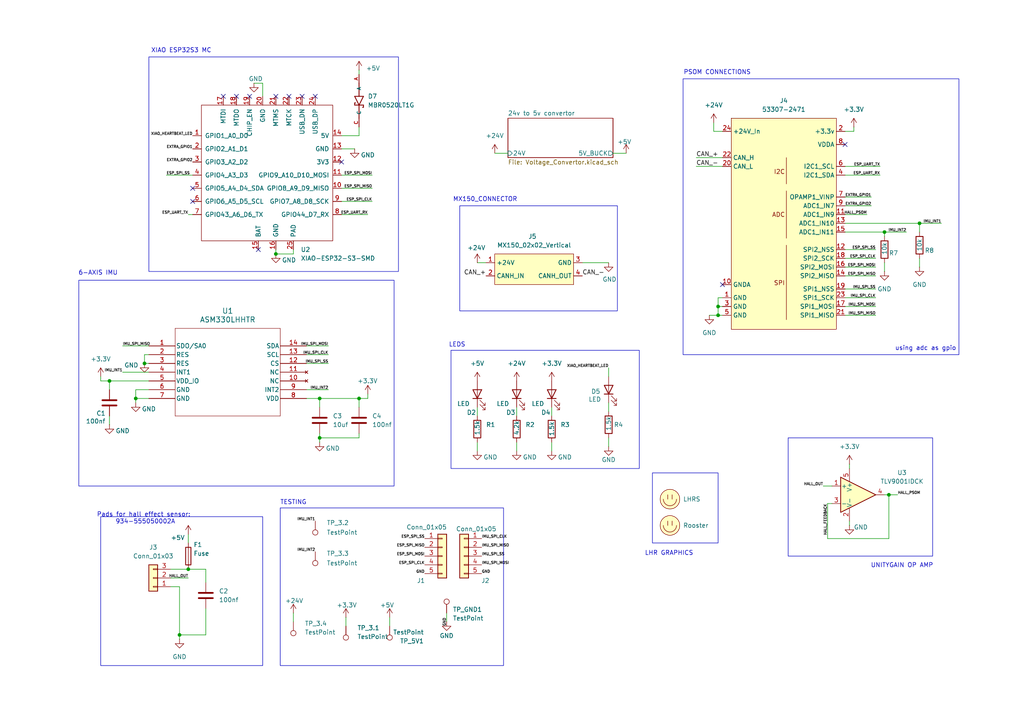
<source format=kicad_sch>
(kicad_sch (version 20250114) (generator "eeschema") (generator_version "9.0")
  (paper "A4")
  (title_block (title "Wheels Sensor Board") (date "2025-10-10"))
  (lib_symbols
    (symbol "AIMU-SM330LHHTR:ASM330LHHTR" (pin_names (offset 0.254))
      (property "Reference" "U" (at 22.86 10.16 0))
      (property "Value" "ASM330LHHTR" (at 22.86 7.62 0))
      (symbol "ASM330LHHTR_0_1"
        (polyline (pts (xy 7.62 5.08) (xy 7.62 -20.32)) (stroke (width 0.127)))
        (polyline (pts (xy 7.62 -20.32) (xy 38.1 -20.32)) (stroke (width 0.127)))
        (polyline (pts (xy 38.1 5.08) (xy 7.62 5.08)) (stroke (width 0.127)))
        (polyline (pts (xy 38.1 -20.32) (xy 38.1 5.08)) (stroke (width 0.127)))
        (pin bidirectional line (at 0 0 0) (length 7.62) (name "SDO/SA0") (number "1"))
        (pin unspecified line (at 0 -2.54 0) (length 7.62) (name "RES") (number "2"))
        (pin unspecified line (at 0 -5.08 0) (length 7.62) (name "RES") (number "3"))
        (pin input line (at 0 -7.62 0) (length 7.62) (name "INT1") (number "4"))
        (pin power_in line (at 0 -10.16 0) (length 7.62) (name "VDD_IO") (number "5"))
        (pin power_out line (at 0 -12.7 0) (length 7.62) (name "GND") (number "6"))
        (pin power_out line (at 0 -15.24 0) (length 7.62) (name "GND") (number "7"))
        (pin input line (at 45.72 0 180) (length 7.62) (name "SDA") (number "14"))
        (pin bidirectional line (at 45.72 -2.54 180) (length 7.62) (name "SCL") (number "13"))
        (pin input line (at 45.72 -5.08 180) (length 7.62) (name "CS") (number "12"))
        (pin no_connect line (at 45.72 -7.62 180) (length 7.62) (name "NC") (number "11"))
        (pin no_connect line (at 45.72 -10.16 180) (length 7.62) (name "NC") (number "10"))
        (pin input line (at 45.72 -12.7 180) (length 7.62) (name "INT2") (number "9"))
        (pin power_in line (at 45.72 -15.24 180) (length 7.62) (name "VDD") (number "8"))
      )
    )
    (symbol "Amplifier_Operational:TLV9001IDCK" (pin_names (offset 0.127))
      (property "Reference" "U" (at 7.62 2.54 0))
      (property "Value" "TLV9001IDCK" (at 11.43 -2.54 0))
      (symbol "TLV9001IDCK_0_1"
        (polyline (pts (xy -2.54 5.08) (xy -2.54 -5.08) (xy 7.62 0) (xy -2.54 5.08)) (stroke (width 0.254)) (fill (type background)))
      )
      (symbol "TLV9001IDCK_1_1"
        (pin input line (at -5.08 2.54 0) (length 2.54) (name "+") (number "1"))
        (pin input line (at -5.08 -2.54 0) (length 2.54) (name "-") (number "3"))
        (pin power_in line (at 0 7.62 270) (length 3.81) (name "V+") (number "5"))
        (pin power_in line (at 0 -7.62 90) (length 3.81) (name "V-") (number "2"))
        (pin output line (at 10.16 0 180) (length 2.54) (name "~") (number "4"))
      )
    )
    (symbol "Connector:TestPoint" (pin_numbers (hide yes)) (pin_names (offset 0.762) (hide yes))
      (property "Reference" "TP" (at 0 6.858 0))
      (property "Value" "TestPoint" (at 0 5.08 0))
      (symbol "TestPoint_0_1"
        (circle (center 0 3.302) (radius 0.762))
      )
      (symbol "TestPoint_1_1"
        (pin passive line (at 0 0 90) (length 2.54) (name "1") (number "1"))
      )
    )
    (symbol "Connector_Generic:Conn_01x03" (pin_names (offset 1.016) (hide yes))
      (property "Reference" "J" (at 0 5.08 0))
      (property "Value" "Conn_01x03" (at 0 -5.08 0))
      (symbol "Conn_01x03_1_1"
        (rectangle (start -1.27 3.81) (end 1.27 -3.81) (stroke (width 0.254)) (fill (type background)))
        (rectangle (start -1.27 2.667) (end 0 2.413) (stroke (width 0.1524)))
        (rectangle (start -1.27 0.127) (end 0 -0.127) (stroke (width 0.1524)))
        (rectangle (start -1.27 -2.413) (end 0 -2.667) (stroke (width 0.1524)))
        (pin passive line (at -5.08 2.54 0) (length 3.81) (name "Pin_1") (number "1"))
        (pin passive line (at -5.08 0 0) (length 3.81) (name "Pin_2") (number "2"))
        (pin passive line (at -5.08 -2.54 0) (length 3.81) (name "Pin_3") (number "3"))
      )
    )
    (symbol "Connector_Generic:Conn_01x05" (pin_names (offset 1.016) (hide yes))
      (property "Reference" "J" (at 0 7.62 0))
      (property "Value" "Conn_01x05" (at 0 -7.62 0))
      (symbol "Conn_01x05_1_1"
        (rectangle (start -1.27 6.35) (end 1.27 -6.35) (stroke (width 0.254)) (fill (type background)))
        (rectangle (start -1.27 5.207) (end 0 4.953) (stroke (width 0.1524)))
        (rectangle (start -1.27 2.667) (end 0 2.413) (stroke (width 0.1524)))
        (rectangle (start -1.27 0.127) (end 0 -0.127) (stroke (width 0.1524)))
        (rectangle (start -1.27 -2.413) (end 0 -2.667) (stroke (width 0.1524)))
        (rectangle (start -1.27 -4.953) (end 0 -5.207) (stroke (width 0.1524)))
        (pin passive line (at -5.08 5.08 0) (length 3.81) (name "Pin_1") (number "1"))
        (pin passive line (at -5.08 2.54 0) (length 3.81) (name "Pin_2") (number "2"))
        (pin passive line (at -5.08 0 0) (length 3.81) (name "Pin_3") (number "3"))
        (pin passive line (at -5.08 -2.54 0) (length 3.81) (name "Pin_4") (number "4"))
        (pin passive line (at -5.08 -5.08 0) (length 3.81) (name "Pin_5") (number "5"))
      )
    )
    (symbol "Device:C" (pin_numbers (hide yes)) (pin_names (offset 0.254))
      (property "Reference" "C" (at 0.635 2.54 0))
      (property "Value" "C" (at 0.635 -2.54 0))
      (symbol "C_0_1"
        (polyline (pts (xy -2.032 0.762) (xy 2.032 0.762)) (stroke (width 0.508)))
        (polyline (pts (xy -2.032 -0.762) (xy 2.032 -0.762)) (stroke (width 0.508)))
      )
      (symbol "C_1_1"
        (pin passive line (at 0 3.81 270) (length 2.794) (name "~") (number "1"))
        (pin passive line (at 0 -3.81 90) (length 2.794) (name "~") (number "2"))
      )
    )
    (symbol "Device:Fuse" (pin_numbers (hide yes)) (pin_names (offset 0))
      (property "Reference" "F" (at 2.032 0 90))
      (property "Value" "Fuse" (at -1.905 0 90))
      (symbol "Fuse_0_1"
        (rectangle (start -0.762 -2.54) (end 0.762 2.54) (stroke (width 0.254)))
        (polyline (pts (xy 0 2.54) (xy 0 -2.54)))
      )
      (symbol "Fuse_1_1"
        (pin passive line (at 0 3.81 270) (length 1.27) (name "~") (number "1"))
        (pin passive line (at 0 -3.81 90) (length 1.27) (name "~") (number "2"))
      )
    )
    (symbol "Device:LED" (pin_numbers (hide yes)) (pin_names (offset 1.016) (hide yes))
      (property "Reference" "D" (at 0 2.54 0))
      (property "Value" "LED" (at 0 -2.54 0))
      (symbol "LED_0_1"
        (polyline (pts (xy -3.048 -0.762) (xy -4.572 -2.286) (xy -3.81 -2.286) (xy -4.572 -2.286) (xy -4.572 -1.524)))
        (polyline (pts (xy -1.778 -0.762) (xy -3.302 -2.286) (xy -2.54 -2.286) (xy -3.302 -2.286) (xy -3.302 -1.524)))
        (polyline (pts (xy -1.27 0) (xy 1.27 0)))
        (polyline (pts (xy -1.27 -1.27) (xy -1.27 1.27)) (stroke (width 0.254)))
        (polyline (pts (xy 1.27 -1.27) (xy 1.27 1.27) (xy -1.27 0) (xy 1.27 -1.27)) (stroke (width 0.254)))
      )
      (symbol "LED_1_1"
        (pin passive line (at -3.81 0 0) (length 2.54) (name "K") (number "1"))
        (pin passive line (at 3.81 0 180) (length 2.54) (name "A") (number "2"))
      )
    )
    (symbol "Device:R" (pin_numbers (hide yes)) (pin_names (offset 0))
      (property "Reference" "R" (at 2.032 0 90))
      (property "Value" "R" (at 0 0 90))
      (symbol "R_0_1"
        (rectangle (start -1.016 -2.54) (end 1.016 2.54) (stroke (width 0.254)))
      )
      (symbol "R_1_1"
        (pin passive line (at 0 3.81 270) (length 1.27) (name "~") (number "1"))
        (pin passive line (at 0 -3.81 90) (length 1.27) (name "~") (number "2"))
      )
    )
    (symbol "MBR0520LT1G (diode):MBR0520LT1G" (pin_names (offset 1.016))
      (property "Reference" "D" (at -3.5571 1.9056 0))
      (property "Value" "MBR0520LT1G" (at -3.5607 -3.4335 0))
      (symbol "MBR0520LT1G_0_0"
        (polyline (pts (xy -5.08 0) (xy -1.27 0)) (stroke (width 0.254)))
        (polyline (pts (xy -1.27 1.27) (xy -1.27 -1.27)) (stroke (width 0.254)))
        (polyline (pts (xy -1.27 -1.27) (xy 1.27 0)) (stroke (width 0.254)))
        (polyline (pts (xy 0.635 -1.016) (xy 0.635 -1.27)) (stroke (width 0.254)))
        (polyline (pts (xy 1.27 1.27) (xy 1.27 -1.27)) (stroke (width 0.254)))
        (polyline (pts (xy 1.27 0) (xy -1.27 1.27)) (stroke (width 0.254)))
        (polyline (pts (xy 1.27 0) (xy 5.08 0)) (stroke (width 0.254)))
        (polyline (pts (xy 1.27 -1.27) (xy 0.635 -1.27)) (stroke (width 0.254)))
        (polyline (pts (xy 1.905 1.27) (xy 1.27 1.27)) (stroke (width 0.254)))
        (polyline (pts (xy 1.905 1.27) (xy 1.905 1.016)) (stroke (width 0.254)))
        (pin passive line (at -7.62 0 0) (length 2.54) (name "A") (number "A"))
        (pin passive line (at 7.62 0 180) (length 2.54) (name "C") (number "C"))
      )
    )
    (symbol "PeripheralSOMConnector_1"
      (property "Reference" "J" (at -14.732 -2.794 0))
      (property "Value" "53307-2471" (at 8.89 -2.794 0))
      (symbol "PeripheralSOMConnector_1_0_1"
        (polyline (pts (xy 0.762 -22.86) (xy 0.762 -15.24)))
        (polyline (pts (xy 0.762 -24.892) (xy 0.762 -38.608)))
        (polyline (pts (xy 0.762 -40.64) (xy 0.762 -62.23)))
      )
      (symbol "PeripheralSOMConnector_1_1_1"
        (rectangle (start -15.24 -3.81) (end 15.24 -65.024) (fill (type background)))
        (text "ADC" (at -1.524 -31.75 0) (effects (font (size 1.27 1.27))))
        (text "I2C" (at -1.27 -19.304 0) (effects (font (size 1.27 1.27))))
        (text "SPI" (at -1.27 -51.562 0) (effects (font (size 1.27 1.27))))
        (pin power_in line (at -17.78 -7.62 0) (length 2.54) (name "+24V_In") (number "24"))
        (pin bidirectional line (at -17.78 -15.24 0) (length 2.54) (name "CAN_H") (number "22"))
        (pin bidirectional line (at -17.78 -17.78 0) (length 2.54) (name "CAN_L") (number "20"))
        (pin no_connect line (at -17.78 -40.64 0) (length 2.54) (hide yes) (name "MNT") (number "25"))
        (pin no_connect line (at -17.78 -43.18 0) (length 2.54) (hide yes) (name "MNT") (number "26"))
        (pin no_connect line (at -17.78 -45.72 0) (length 2.54) (hide yes) (name "MNT") (number "27"))
        (pin no_connect line (at -17.78 -48.26 0) (length 2.54) (hide yes) (name "MNT") (number "28"))
        (pin power_out line (at -17.78 -52.07 0) (length 2.54) (name "GNDA") (number "10"))
        (pin power_in line (at -17.78 -55.88 0) (length 2.54) (name "GND") (number "1"))
        (pin power_in line (at -17.78 -58.42 0) (length 2.54) (name "GND") (number "3"))
        (pin power_in line (at -17.78 -60.96 0) (length 2.54) (name "GND") (number "5"))
        (pin power_out line (at 17.78 -7.62 180) (length 2.54) (name "+3.3v") (number "2"))
        (pin power_out line (at 17.78 -11.43 180) (length 2.54) (name "VDDA") (number "8"))
        (pin output line (at 17.78 -17.78 180) (length 2.54) (name "I2C1_SCL") (number "6"))
        (pin bidirectional line (at 17.78 -20.32 180) (length 2.54) (name "I2C1_SDA") (number "4"))
        (pin input line (at 17.78 -26.67 180) (length 2.54) (name "OPAMP1_VINP") (number "7"))
        (pin input line (at 17.78 -29.21 180) (length 2.54) (name "ADC1_IN7") (number "9"))
        (pin input line (at 17.78 -31.75 180) (length 2.54) (name "ADC1_IN9") (number "11"))
        (pin input line (at 17.78 -34.29 180) (length 2.54) (name "ADC1_IN10") (number "13"))
        (pin input line (at 17.78 -36.83 180) (length 2.54) (name "ADC1_IN11") (number "15"))
        (pin output line (at 17.78 -41.91 180) (length 2.54) (name "SPI2_NSS") (number "12"))
        (pin output line (at 17.78 -44.45 180) (length 2.54) (name "SPI2_SCK") (number "18"))
        (pin output line (at 17.78 -46.99 180) (length 2.54) (name "SPI2_MOSI") (number "16"))
        (pin input line (at 17.78 -49.53 180) (length 2.54) (name "SPI2_MISO") (number "14"))
        (pin output line (at 17.78 -53.34 180) (length 2.54) (name "SPI1_NSS") (number "19"))
        (pin output line (at 17.78 -55.88 180) (length 2.54) (name "SPI1_SCK") (number "23"))
        (pin output line (at 17.78 -58.42 180) (length 2.54) (name "SPI1_MOSI") (number "17"))
        (pin input line (at 17.78 -60.96 180) (length 2.54) (name "SPI1_MISO") (number "21"))
      )
    )
    (symbol "power:+24V" (power) (pin_numbers (hide yes)) (pin_names (offset 0) (hide yes))
      (property "Value" "+24V" (at 0 3.556 0))
      (symbol "+24V_0_1"
        (polyline (pts (xy -0.762 1.27) (xy 0 2.54)))
        (polyline (pts (xy 0 2.54) (xy 0.762 1.27)))
        (polyline (pts (xy 0 0) (xy 0 2.54)))
      )
      (symbol "+24V_1_1"
        (pin power_in line (at 0 0 90) (length 0) (name "~") (number "1"))
      )
    )
    (symbol "power:+3.3V" (power) (pin_numbers (hide yes)) (pin_names (offset 0) (hide yes))
      (property "Value" "+3.3V" (at 0 3.556 0))
      (symbol "+3.3V_0_1"
        (polyline (pts (xy -0.762 1.27) (xy 0 2.54)))
        (polyline (pts (xy 0 2.54) (xy 0.762 1.27)))
        (polyline (pts (xy 0 0) (xy 0 2.54)))
      )
      (symbol "+3.3V_1_1"
        (pin power_in line (at 0 0 90) (length 0) (name "~") (number "1"))
      )
    )
    (symbol "power:+5V" (power) (pin_numbers (hide yes)) (pin_names (offset 0) (hide yes))
      (property "Value" "+5V" (at 0 3.556 0))
      (symbol "+5V_0_1"
        (polyline (pts (xy -0.762 1.27) (xy 0 2.54)))
        (polyline (pts (xy 0 2.54) (xy 0.762 1.27)))
        (polyline (pts (xy 0 0) (xy 0 2.54)))
      )
      (symbol "+5V_1_1"
        (pin power_in line (at 0 0 90) (length 0) (name "~") (number "1"))
      )
    )
    (symbol "power:GND" (power) (pin_numbers (hide yes)) (pin_names (offset 0) (hide yes))
      (property "Value" "GND" (at 0 -3.81 0))
      (symbol "GND_0_1"
        (polyline (pts (xy 0 0) (xy 0 -1.27) (xy 1.27 -1.27) (xy 0 -2.54) (xy -1.27 -1.27) (xy 0 -1.27)))
      )
      (symbol "GND_1_1"
        (pin power_in line (at 0 0 270) (length 0) (name "~") (number "1"))
      )
    )
    (symbol "utsvt_connectors:MX150_02x02_Vertical"
      (property "Reference" "J" (at 0 0 0))
      (property "Value" "MX150_02x02_Vertical" (at 0 -1.778 0))
      (symbol "MX150_02x02_Vertical_1_1"
        (rectangle (start -11.43 -3.81) (end 11.43 -12.7) (fill (type color) (color 255 255 194 1)))
        (pin power_in line (at -13.97 -6.35 0) (length 2.54) (name "+24V") (number "1"))
        (pin bidirectional line (at -13.97 -10.16 0) (length 2.54) (name "CANH_IN") (number "2"))
        (pin power_in line (at 13.97 -6.35 180) (length 2.54) (name "GND") (number "3"))
        (pin bidirectional line (at 13.97 -10.16 180) (length 2.54) (name "CANH_OUT") (number "4"))
      )
    )
    (symbol "utsvt_misc:Logo_Placeholder" (pin_names (offset 1.016))
      (property "Value" "Dr. Hallock" (at 3.556 0 0))
      (symbol "Logo_Placeholder_0_1"
        (polyline (pts (xy -0.635 1.27) (xy -0.635 0)))
        (arc (start 1.905 0) (mid 0 -1.8967) (end -1.905 0))
        (circle (center 0 0) (radius 2.8448) (fill (type background)))
        (polyline (pts (xy 0.635 1.27) (xy 0.635 0)))
      )
    )
    (symbol "xiao-esp32s3-smd:XIAO-ESP32-S3-SMD" (pin_names (offset 1.016))
      (property "Reference" "U" (at -18.542 23.114 0))
      (property "Value" "XIAO-ESP32-S3-SMD" (at -8.382 21.336 0))
      (symbol "XIAO-ESP32-S3-SMD_0_1"
        (rectangle (start 19.05 -19.05) (end -19.05 20.32))
      )
      (symbol "XIAO-ESP32-S3-SMD_1_1"
        (pin passive line (at -21.59 11.43 0) (length 2.54) (name "GPIO1_A0_D0") (number "1"))
        (pin passive line (at -21.59 7.62 0) (length 2.54) (name "GPIO2_A1_D1") (number "2"))
        (pin passive line (at -21.59 3.81 0) (length 2.54) (name "GPIO3_A2_D2") (number "3"))
        (pin passive line (at -21.59 0 0) (length 2.54) (name "GPIO4_A3_D3") (number "4"))
        (pin passive line (at -21.59 -3.81 0) (length 2.54) (name "GPIO5_A4_D4_SDA") (number "5"))
        (pin passive line (at -21.59 -7.62 0) (length 2.54) (name "GPIO6_A5_D5_SCL") (number "6"))
        (pin passive line (at -21.59 -11.43 0) (length 2.54) (name "GPIO43_A6_D6_TX") (number "7"))
        (pin passive line (at -12.7 22.86 270) (length 2.54) (name "MTDI") (number "17"))
        (pin passive line (at -8.89 22.86 270) (length 2.54) (name "MTDO") (number "18"))
        (pin passive line (at -5.08 22.86 270) (length 2.54) (name "CHIP_EN") (number "19"))
        (pin passive line (at -2.54 -21.59 90) (length 2.54) (name "BAT") (number "15"))
        (pin passive line (at -1.27 22.86 270) (length 2.54) (name "GND") (number "20"))
        (pin passive line (at 2.54 22.86 270) (length 2.54) (name "MTMS") (number "21"))
        (pin passive line (at 2.54 -21.59 90) (length 2.54) (name "GND") (number "16"))
        (pin passive line (at 6.35 22.86 270) (length 2.54) (name "MTCK") (number "22"))
        (pin passive line (at 7.62 -21.59 90) (length 2.54) (name "PAD") (number "25"))
        (pin passive line (at 10.16 22.86 270) (length 2.54) (name "USB_DN") (number "23"))
        (pin passive line (at 13.97 22.86 270) (length 2.54) (name "USB_DP") (number "24"))
        (pin passive line (at 21.59 11.43 180) (length 2.54) (name "5V") (number "14"))
        (pin passive line (at 21.59 7.62 180) (length 2.54) (name "GND") (number "13"))
        (pin passive line (at 21.59 3.81 180) (length 2.54) (name "3V3") (number "12"))
        (pin passive line (at 21.59 0 180) (length 2.54) (name "GPIO9_A10_D10_MOSI") (number "11"))
        (pin passive line (at 21.59 -3.81 180) (length 2.54) (name "GPIO8_A9_D9_MISO") (number "10"))
        (pin passive line (at 21.59 -7.62 180) (length 2.54) (name "GPIO7_A8_D8_SCK") (number "9"))
        (pin passive line (at 21.59 -11.43 180) (length 2.54) (name "GPIO44_D7_RX") (number "8"))
      )
    )
  )
  (rectangle (start 133.35 59.69) (end 179.07 90.17))
  (rectangle (start 130.81 101.6) (end 185.42 135.89))
  (rectangle (start 22.86 81.28) (end 114.3 140.97))
  (rectangle (start 81.28 147.32) (end 146.05 193.04))
  (rectangle (start 29.21 149.86) (end 76.2 193.04))
  (rectangle (start 189.23 137.16) (end 208.28 157.48))
  (rectangle (start 228.6 127) (end 270.51 161.29))
  (rectangle (start 198.12 22.86) (end 278.13 102.87))
  (rectangle (start 43.18 16.51) (end 115.57 78.74))
  (text "LEDS\n" (at 132.588 100.076 0) (effects (font (size 1.27 1.27))))
  (text "UNITYGAIN OP AMP\n" (at 261.62 164.084 0) (effects (font (size 1.27 1.27))))
  (text "MX150_CONNECTOR\n" (at 140.716 57.912 0) (effects (font (size 1.27 1.27))))
  (text "Pads for hall effect sensor: \n934-555050002A\n" (at 42.164 150.368 0) (effects (font (size 1.27 1.27))))
  (text "LHR GRAPHICS" (at 194.056 160.528 0) (effects (font (size 1.27 1.27))))
  (text "XIAO ESP32S3 MC" (at 52.578 14.732 0) (effects (font (size 1.27 1.27))))
  (text "PSOM CONNECTIONS" (at 208.026 21.082 0) (effects (font (size 1.27 1.27))))
  (text "6-AXIS IMU" (at 28.448 79.248 0) (effects (font (size 1.27 1.27))))
  (text "TESTING" (at 85.09 145.796 0) (effects (font (size 1.27 1.27))))
  (text "using adc as gpio" (at 268.478 101.092 0) (effects (font (size 1.27 1.27))))
  (junction (at 256.54 67.31))
  (junction (at 92.71 127))
  (junction (at 257.81 143.51))
  (junction (at 208.28 91.44))
  (junction (at 266.7 64.77))
  (junction (at 208.28 88.9))
  (junction (at 39.37 115.57))
  (junction (at 54.61 165.1))
  (junction (at 104.14 115.57))
  (junction (at 92.71 115.57))
  (junction (at 80.01 73.66))
  (junction (at 31.75 110.49))
  (junction (at 41.91 105.41))
  (junction (at 52.07 184.15))
  (no_connect (at 99.06 46.99))
  (no_connect (at 209.55 82.55))
  (no_connect (at 87.63 27.94))
  (no_connect (at 83.82 27.94))
  (no_connect (at 91.44 27.94))
  (no_connect (at 55.88 54.61))
  (no_connect (at 55.88 58.42))
  (no_connect (at 64.77 27.94))
  (no_connect (at 68.58 27.94))
  (no_connect (at 80.01 27.94))
  (no_connect (at 74.93 72.39))
  (no_connect (at 245.11 41.91))
  (no_connect (at 72.39 27.94))
  (wire (pts (xy 245.11 38.1) (xy 247.65 38.1)))
  (wire (pts (xy 256.54 67.31) (xy 256.54 68.58)))
  (wire (pts (xy 80.01 72.39) (xy 80.01 73.66)))
  (wire (pts (xy 92.71 115.57) (xy 104.14 115.57)))
  (wire (pts (xy 35.56 107.95) (xy 43.18 107.95)))
  (wire (pts (xy 31.75 110.49) (xy 29.21 110.49)))
  (wire (pts (xy 52.07 170.18) (xy 52.07 184.15)))
  (wire (pts (xy 207.01 38.1) (xy 209.55 38.1)))
  (wire (pts (xy 43.18 113.03) (xy 39.37 113.03)))
  (wire (pts (xy 245.11 91.44) (xy 254 91.44)))
  (wire (pts (xy 104.14 127) (xy 92.71 127)))
  (wire (pts (xy 31.75 110.49) (xy 31.75 113.03)))
  (wire (pts (xy 240.03 156.21) (xy 257.81 156.21)))
  (wire (pts (xy 88.9 100.33) (xy 95.25 100.33)))
  (wire (pts (xy 138.43 128.27) (xy 138.43 130.81)))
  (wire (pts (xy 52.07 184.15) (xy 52.07 185.42)))
  (wire (pts (xy 246.38 151.13) (xy 246.38 152.4)))
  (wire (pts (xy 208.28 88.9) (xy 208.28 91.44)))
  (wire (pts (xy 240.03 146.05) (xy 240.03 156.21)))
  (wire (pts (xy 54.61 157.48) (xy 54.61 154.94)))
  (wire (pts (xy 201.93 48.26) (xy 209.55 48.26)))
  (wire (pts (xy 54.61 165.1) (xy 59.69 165.1)))
  (wire (pts (xy 138.43 76.2) (xy 140.97 76.2)))
  (wire (pts (xy 245.11 88.9) (xy 254 88.9)))
  (wire (pts (xy 160.02 118.11) (xy 160.02 120.65)))
  (wire (pts (xy 99.06 62.23) (xy 106.68 62.23)))
  (wire (pts (xy 29.21 110.49) (xy 29.21 109.22)))
  (wire (pts (xy 207.01 35.56) (xy 207.01 38.1)))
  (wire (pts (xy 106.68 115.57) (xy 106.68 114.3)))
  (wire (pts (xy 208.28 91.44) (xy 209.55 91.44)))
  (wire (pts (xy 176.53 106.68) (xy 176.53 109.22)))
  (wire (pts (xy 31.75 120.65) (xy 31.75 123.19)))
  (wire (pts (xy 88.9 102.87) (xy 95.25 102.87)))
  (wire (pts (xy 208.28 88.9) (xy 209.55 88.9)))
  (wire (pts (xy 49.53 165.1) (xy 54.61 165.1)))
  (wire (pts (xy 88.9 115.57) (xy 92.71 115.57)))
  (wire (pts (xy 245.11 48.26) (xy 255.27 48.26)))
  (wire (pts (xy 48.26 50.8) (xy 55.88 50.8)))
  (wire (pts (xy 129.54 177.8) (xy 129.54 180.34)))
  (wire (pts (xy 246.38 134.62) (xy 246.38 135.89)))
  (wire (pts (xy 266.7 64.77) (xy 273.05 64.77)))
  (wire (pts (xy 113.03 181.61) (xy 113.03 179.07)))
  (wire (pts (xy 39.37 113.03) (xy 39.37 115.57)))
  (wire (pts (xy 176.53 127) (xy 176.53 129.54)))
  (wire (pts (xy 92.71 115.57) (xy 92.71 118.11)))
  (wire (pts (xy 245.11 74.93) (xy 254 74.93)))
  (wire (pts (xy 160.02 128.27) (xy 160.02 130.81)))
  (wire (pts (xy 149.86 128.27) (xy 149.86 130.81)))
  (wire (pts (xy 256.54 67.31) (xy 262.89 67.31)))
  (wire (pts (xy 85.09 180.34) (xy 85.09 177.8)))
  (wire (pts (xy 241.3 146.05) (xy 240.03 146.05)))
  (wire (pts (xy 59.69 165.1) (xy 59.69 168.91)))
  (wire (pts (xy 49.53 170.18) (xy 52.07 170.18)))
  (wire (pts (xy 59.69 184.15) (xy 52.07 184.15)))
  (wire (pts (xy 49.53 167.64) (xy 54.61 167.64)))
  (wire (pts (xy 245.11 50.8) (xy 255.27 50.8)))
  (wire (pts (xy 149.86 118.11) (xy 149.86 120.65)))
  (wire (pts (xy 266.7 74.93) (xy 266.7 77.47)))
  (wire (pts (xy 99.06 50.8) (xy 107.95 50.8)))
  (wire (pts (xy 100.33 181.61) (xy 100.33 179.07)))
  (wire (pts (xy 208.28 86.36) (xy 208.28 88.9)))
  (wire (pts (xy 257.81 143.51) (xy 256.54 143.51)))
  (wire (pts (xy 256.54 76.2) (xy 256.54 78.74)))
  (wire (pts (xy 99.06 39.37) (xy 104.14 39.37)))
  (wire (pts (xy 205.74 91.44) (xy 208.28 91.44)))
  (wire (pts (xy 92.71 127) (xy 92.71 128.27)))
  (wire (pts (xy 73.66 24.13) (xy 76.2 24.13)))
  (wire (pts (xy 92.71 125.73) (xy 92.71 127)))
  (wire (pts (xy 104.14 20.32) (xy 104.14 21.59)))
  (wire (pts (xy 85.09 72.39) (xy 85.09 73.66)))
  (wire (pts (xy 168.91 76.2) (xy 176.53 76.2)))
  (wire (pts (xy 257.81 156.21) (xy 257.81 143.51)))
  (wire (pts (xy 104.14 125.73) (xy 104.14 127)))
  (wire (pts (xy 143.51 44.45) (xy 147.32 44.45)))
  (wire (pts (xy 54.61 62.23) (xy 55.88 62.23)))
  (wire (pts (xy 245.11 67.31) (xy 256.54 67.31)))
  (wire (pts (xy 247.65 38.1) (xy 247.65 36.83)))
  (wire (pts (xy 104.14 118.11) (xy 104.14 115.57)))
  (wire (pts (xy 41.91 105.41) (xy 43.18 105.41)))
  (wire (pts (xy 138.43 118.11) (xy 138.43 120.65)))
  (wire (pts (xy 104.14 115.57) (xy 106.68 115.57)))
  (wire (pts (xy 245.11 64.77) (xy 266.7 64.77)))
  (wire (pts (xy 43.18 110.49) (xy 31.75 110.49)))
  (wire (pts (xy 245.11 59.69) (xy 252.73 59.69)))
  (wire (pts (xy 35.56 100.33) (xy 43.18 100.33)))
  (wire (pts (xy 245.11 72.39) (xy 254 72.39)))
  (wire (pts (xy 88.9 113.03) (xy 95.25 113.03)))
  (wire (pts (xy 209.55 86.36) (xy 208.28 86.36)))
  (wire (pts (xy 39.37 115.57) (xy 39.37 116.84)))
  (wire (pts (xy 257.81 143.51) (xy 260.35 143.51)))
  (wire (pts (xy 41.91 102.87) (xy 41.91 105.41)))
  (wire (pts (xy 245.11 86.36) (xy 254 86.36)))
  (wire (pts (xy 176.53 116.84) (xy 176.53 119.38)))
  (wire (pts (xy 39.37 115.57) (xy 43.18 115.57)))
  (wire (pts (xy 76.2 24.13) (xy 76.2 27.94)))
  (wire (pts (xy 85.09 73.66) (xy 80.01 73.66)))
  (wire (pts (xy 99.06 54.61) (xy 107.95 54.61)))
  (wire (pts (xy 177.8 44.45) (xy 181.61 44.45)))
  (wire (pts (xy 245.11 77.47) (xy 254 77.47)))
  (wire (pts (xy 104.14 36.83) (xy 104.14 39.37)))
  (wire (pts (xy 43.18 102.87) (xy 41.91 102.87)))
  (wire (pts (xy 245.11 57.15) (xy 252.73 57.15)))
  (wire (pts (xy 59.69 176.53) (xy 59.69 184.15)))
  (wire (pts (xy 245.11 80.01) (xy 254 80.01)))
  (wire (pts (xy 99.06 43.18) (xy 102.87 43.18)))
  (wire (pts (xy 95.25 105.41) (xy 88.9 105.41)))
  (wire (pts (xy 245.11 62.23) (xy 251.46 62.23)))
  (wire (pts (xy 238.76 140.97) (xy 241.3 140.97)))
  (wire (pts (xy 245.11 83.82) (xy 254 83.82)))
  (wire (pts (xy 99.06 58.42) (xy 107.95 58.42)))
  (wire (pts (xy 201.93 45.72) (xy 209.55 45.72)))
  (wire (pts (xy 266.7 64.77) (xy 266.7 67.31)))
  (label "IMU_SPI_MOSI" (at 95.25 100.33 180) (effects (font (size 0.762 0.762))))
  (label "GND" (at 139.7 166.37 0) (effects (font (size 0.762 0.762))))
  (label "ESP_SPI_MOSI" (at 254 77.47 180) (effects (font (size 0.762 0.762))))
  (label "ESP_SPI_MOSI" (at 107.95 50.8 180) (effects (font (size 0.762 0.762))))
  (label "IMU_SPI_MOSI" (at 254 88.9 180) (effects (font (size 0.762 0.762))))
  (label "IMU_SPI_MISO" (at 35.56 100.33 0) (effects (font (size 0.762 0.762))))
  (label "GND" (at 123.19 166.37 180) (effects (font (size 0.762 0.762))))
  (label "ESP_SPI_SS" (at 254 72.39 180) (effects (font (size 0.762 0.762))))
  (label "ESP_SPI_CLK" (at 123.19 163.83 180) (effects (font (size 0.762 0.762))))
  (label "ESP_SPI_SS" (at 123.19 156.21 180) (effects (font (size 0.762 0.762))))
  (label "IMU_SPI_CLK" (at 254 86.36 180) (effects (font (size 0.762 0.762))))
  (label "IMU_INT2" (at 91.44 160.02 180) (effects (font (size 0.762 0.762))))
  (label "HALL_OUT" (at 238.76 140.97 180) (effects (font (size 0.762 0.762))))
  (label "EXTRA_GPIO2" (at 55.88 46.99 180) (effects (font (size 0.762 0.762))))
  (label "ESP_SPI_MISO" (at 107.95 54.61 180) (effects (font (size 0.762 0.762))))
  (label "ESP_UART_TX" (at 255.27 48.26 180) (effects (font (size 0.762 0.762))))
  (label "IMU_SPI_CLK" (at 139.7 156.21 0) (effects (font (size 0.762 0.762))))
  (label "HALL_OUT" (at 54.61 167.64 180) (effects (font (size 0.762 0.762))))
  (label "ESP_UART_RX" (at 255.27 50.8 180) (effects (font (size 0.762 0.762))))
  (label "IMU_INT1" (at 35.56 107.95 180) (effects (font (size 0.762 0.762))))
  (label "ESP_SPI_MOSI" (at 123.19 161.29 180) (effects (font (size 0.762 0.762))))
  (label "ESP_UART_TX" (at 54.61 62.23 180) (effects (font (size 0.762 0.762))))
  (label "ESP_SPI_MISO" (at 123.19 158.75 180) (effects (font (size 0.762 0.762))))
  (label "IMU_INT2" (at 262.89 67.31 180) (effects (font (size 0.762 0.762))))
  (label "HALL_FEEDBACK" (at 240.03 146.05 270) (effects (font (size 0.762 0.762))))
  (label "GND" (at 129.54 179.07 270) (effects (font (size 0.762 0.762))))
  (label "CAN_-" (at 168.91 80.01 0))
  (label "IMU_SPI_MOSI" (at 139.7 163.83 0) (effects (font (size 0.762 0.762))))
  (label "EXTRA_GPIO1" (at 55.88 43.18 180) (effects (font (size 0.762 0.762))))
  (label "ESP_SPI_SS" (at 48.26 50.8 0) (effects (font (size 0.762 0.762))))
  (label "IMU_SPI_CLK" (at 95.25 102.87 180) (effects (font (size 0.762 0.762))))
  (label "IMU_SPI_SS" (at 254 83.82 180) (effects (font (size 0.762 0.762))))
  (label "ESP_UART_RX" (at 106.68 62.23 180) (effects (font (size 0.762 0.762))))
  (label "EXTRA_GPIO2" (at 252.73 59.69 180) (effects (font (size 0.762 0.762))))
  (label "ESP_SPI_CLK" (at 107.95 58.42 180) (effects (font (size 0.762 0.762))))
  (label "XIAO_HEARTBEAT_LED" (at 55.88 39.37 180) (effects (font (size 0.762 0.762))))
  (label "ESP_SPI_CLK" (at 254 74.93 180) (effects (font (size 0.762 0.762))))
  (label "ESP_SPI_MISO" (at 254 80.01 180) (effects (font (size 0.762 0.762))))
  (label "IMU_SPI_MISO" (at 139.7 158.75 0) (effects (font (size 0.762 0.762))))
  (label "IMU_INT1" (at 273.05 64.77 180) (effects (font (size 0.762 0.762))))
  (label "CAN_-" (at 201.93 48.26 0))
  (label "XIAO_HEARTBEAT_LED" (at 176.53 106.68 180) (effects (font (size 0.762 0.762))))
  (label "CAN_+" (at 201.93 45.72 0))
  (label "IMU_SPI_MISO" (at 254 91.44 180) (effects (font (size 0.762 0.762))))
  (label "CAN_+" (at 140.97 80.01 180))
  (label "IMU_INT1" (at 91.44 151.13 180) (effects (font (size 0.762 0.762))))
  (label "HALL_PSOM" (at 260.35 143.51 0) (effects (font (size 0.762 0.762))))
  (label "IMU_INT2" (at 95.25 113.03 180) (effects (font (size 0.762 0.762))))
  (label "EXTRA_GPIO1" (at 252.73 57.15 180) (effects (font (size 0.762 0.762))))
  (label "IMU_SPI_SS" (at 139.7 161.29 0) (effects (font (size 0.762 0.762))))
  (label "HALL_PSOM" (at 251.46 62.23 180) (effects (font (size 0.762 0.762))))
  (label "IMU_SPI_SS" (at 95.25 105.41 180) (effects (font (size 0.762 0.762))))
  (symbol (lib_id "Connector_Generic:Conn_01x03") (at 44.45 167.64 180) (unit 1)
    (property "Reference" "J3" (at 44.45 158.75 0))
    (property "Value" "Conn_01x03" (at 44.45 161.29 0))
    (property "Footprint" "Connector_PinHeader_2.54mm:PinHeader_1x03_P2.54mm_Vertical" (effects (hide yes)))
    (property "Description" "Generic connector, single row, 01x03, script generated (kicad-library-utils/schlib/autogen/connector/)" (effects (hide yes)))
  )
  (symbol (lib_id "power:GND") (at 52.07 185.42 0) (unit 1)
    (property "Reference" "#PWR06" (effects (hide yes)))
    (property "Value" "GND" (at 52.07 190.5 0))
    (property "Description" "Power symbol creates a global label with name \"GND\" , ground" (effects (hide yes)))
  )
  (symbol (lib_id "Device:C") (at 59.69 172.72 0) (unit 1)
    (property "Reference" "C2" (at 63.5 171.4499 0) (effects (justify left)))
    (property "Value" "100nf" (at 63.5 173.9899 0) (effects (justify left)))
    (property "Footprint" "Capacitor_SMD:C_0603_1608Metric_Pad1.08x0.95mm_HandSolder" (effects (hide yes)))
    (property "Description" "Unpolarized capacitor" (effects (hide yes)))
    (property "P/N" "MLASH168SB7104KTNA01" (effects (hide yes)))
  )
  (symbol (lib_id "power:GND") (at 176.53 129.54 0) (unit 1)
    (property "Reference" "#PWR025" (effects (hide yes)))
    (property "Value" "GND" (at 176.53 133.35 0))
    (property "Description" "Power symbol creates a global label with name \"GND\" , ground" (effects (hide yes)))
  )
  (symbol (lib_id "power:GND") (at 246.38 152.4 0) (unit 1)
    (property "Reference" "#PWR031" (effects (hide yes)))
    (property "Value" "GND" (at 249.682 152.908 0))
    (property "Description" "Power symbol creates a global label with name \"GND\" , ground" (effects (hide yes)))
  )
  (symbol (lib_id "Amplifier_Operational:TLV9001IDCK") (at 246.38 143.51 0) (unit 1)
    (property "Reference" "U3" (at 261.62 137.0898 0))
    (property "Value" "TLV9001IDCK" (at 261.62 139.6298 0))
    (property "Footprint" "Package_TO_SOT_SMD:SOT-353_SC-70-5" (effects (hide yes)))
    (property "Datasheet" "https://www.ti.com/lit/ds/symlink/tlv9001.pdf" (effects (hide yes)))
    (property "Description" "Low-power, Rail-to-Rail, 1MHz Operational Amplifier, SOT-353" (effects (hide yes)))
    (property "P/N" "TLV9001IDCKR" (effects (hide yes)))
  )
  (symbol (lib_id "power:+24V") (at 138.43 76.2 0) (unit 1)
    (property "Reference" "#PWR029" (effects (hide yes)))
    (property "Value" "+24V" (at 138.176 71.882 0))
    (property "Description" "Power symbol creates a global label with name \"+24V\"" (effects (hide yes)))
  )
  (symbol (lib_id "power:+24V") (at 207.01 35.56 0) (unit 1)
    (property "Reference" "#PWR028" (effects (hide yes)))
    (property "Value" "+24V" (at 207.01 30.48 0))
    (property "Description" "Power symbol creates a global label with name \"+24V\"" (effects (hide yes)))
  )
  (symbol (lib_id "power:GND") (at 80.01 73.66 0) (unit 1)
    (property "Reference" "#PWR08" (effects (hide yes)))
    (property "Value" "GND" (at 83.82 75.438 0))
    (property "Description" "Power symbol creates a global label with name \"GND\" , ground" (effects (hide yes)))
  )
  (symbol (lib_id "Device:C") (at 104.14 121.92 0) (unit 1)
    (property "Reference" "C4" (at 107.95 120.6499 0) (effects (justify left)))
    (property "Value" "100nf" (at 107.95 123.1899 0) (effects (justify left)))
    (property "Footprint" "Capacitor_SMD:C_0603_1608Metric_Pad1.08x0.95mm_HandSolder" (effects (hide yes)))
    (property "Description" "Unpolarized capacitor" (effects (hide yes)))
    (property "P/N" "MLASH168SB7104KTNA01" (effects (hide yes)))
  )
  (symbol (lib_id "Device:R") (at 160.02 124.46 0) (unit 1)
    (property "Reference" "R3" (at 162.56 123.1899 0) (effects (justify left)))
    (property "Value" "1.5k" (at 160.02 126.492 90) (effects (justify left)))
    (property "Footprint" "Resistor_SMD:R_0603_1608Metric_Pad0.98x0.95mm_HandSolder" (effects (hide yes)))
    (property "Description" "Resistor" (effects (hide yes)))
    (property "P/N" "CRCW06032K00FKEA" (effects (hide yes)))
  )
  (symbol (lib_id "xiao-esp32s3-smd:XIAO-ESP32-S3-SMD") (at 77.47 50.8 0) (unit 1)
    (property "Reference" "U2" (at 87.2333 72.39 0) (effects (justify left)))
    (property "Value" "XIAO-ESP32-S3-SMD" (at 87.2333 74.93 0) (effects (justify left)))
    (property "Footprint" "XIAO-ESP32S3:XIAO-ESP32S3-DIP" (effects (hide yes)))
    (property "Datasheet" "https://wiki.seeedstudio.com/xiao_esp32s3_getting_started/" (effects (hide yes)))
    (property "P/N" "113991114 " (effects (hide yes)))
  )
  (symbol (lib_id "power:+3.3V") (at 106.68 114.3 0) (unit 1)
    (property "Reference" "#PWR012" (effects (hide yes)))
    (property "Value" "+3.3V" (at 103.632 110.49 0) (effects (justify left)))
    (property "Description" "Power symbol creates a global label with name \"+3.3V\"" (effects (hide yes)))
  )
  (symbol (lib_id "power:GND") (at 129.54 180.34 0) (unit 1)
    (property "Reference" "#PWR022" (effects (hide yes)))
    (property "Value" "GND" (at 129.54 184.404 0))
    (property "Description" "Power symbol creates a global label with name \"GND\" , ground" (effects (hide yes)))
  )
  (symbol (lib_id "power:GND") (at 138.43 130.81 0) (unit 1)
    (property "Reference" "#PWR016" (effects (hide yes)))
    (property "Value" "GND" (at 142.24 132.588 0))
    (property "Description" "Power symbol creates a global label with name \"GND\" , ground" (effects (hide yes)))
  )
  (symbol (lib_id "Device:LED") (at 149.86 114.3 90) (unit 1)
    (property "Reference" "D3" (at 146.812 119.634 90) (effects (justify right)))
    (property "Value" "LED" (at 144.018 117.094 90) (effects (justify right)))
    (property "Footprint" "LED_SMD:LED_0603_1608Metric_Pad1.05x0.95mm_HandSolder" (effects (hide yes)))
    (property "Description" "Light emitting diode" (effects (hide yes)))
    (property "Sim.Pins" "1=K 2=A" (effects (hide yes)))
    (property "P/N" "LTST-C193TBKT-5A" (effects (hide yes)))
  )
  (symbol (lib_id "Connector:TestPoint") (at 85.09 180.34 180) (unit 1)
    (property "Reference" "TP_3.4" (at 88.392 180.848 0) (effects (justify right)))
    (property "Value" "TestPoint" (at 88.392 183.388 0) (effects (justify right)))
    (property "Footprint" "TestPoint:TestPoint_Pad_1.0x1.0mm" (effects (hide yes)))
    (property "Description" "test point" (effects (hide yes)))
  )
  (symbol (lib_id "power:+3.3V") (at 85.09 177.8 0) (unit 1)
    (property "Reference" "#PWR010" (effects (hide yes)))
    (property "Value" "+24V" (at 85.344 174.244 0))
    (property "Description" "Power symbol creates a global label with name \"+3.3V\"" (effects (hide yes)))
  )
  (symbol (lib_id "MBR0520LT1G (diode):MBR0520LT1G") (at 104.14 29.21 270) (unit 1)
    (property "Reference" "D7" (at 106.68 27.9399 90) (effects (justify left)))
    (property "Value" "MBR0520LT1G" (at 106.68 30.4799 90) (effects (justify left)))
    (property "Footprint" "diode:SOD3716X135N" (effects (hide yes)))
    (property "MANUFACTURER" "ON Semiconductor" (effects (hide yes)))
    (property "P/N" "MBR0520LT1G " (effects (hide yes)))
  )
  (symbol (lib_id "power:+5V") (at 181.61 44.45 0) (unit 1)
    (property "Reference" "#PWR026" (effects (hide yes)))
    (property "Value" "+5V" (at 181.102 41.148 0))
    (property "Description" "Power symbol creates a global label with name \"+5V\"" (effects (hide yes)))
  )
  (symbol (lib_id "Device:LED") (at 176.53 113.03 90) (unit 1)
    (property "Reference" "D5" (at 171.45 113.538 90) (effects (justify right)))
    (property "Value" "LED" (at 170.688 115.824 90) (effects (justify right)))
    (property "Footprint" "LED_SMD:LED_0603_1608Metric_Pad1.05x0.95mm_HandSolder" (effects (hide yes)))
    (property "Description" "Light emitting diode" (effects (hide yes)))
    (property "Sim.Pins" "1=K 2=A" (effects (hide yes)))
    (property "P/N" "LTST-C193TBKT-5A" (effects (hide yes)))
  )
  (symbol (lib_id "power:GND") (at 39.37 116.84 0) (unit 1)
    (property "Reference" "#PWR03" (effects (hide yes)))
    (property "Value" "GND" (at 43.18 118.618 0))
    (property "Description" "Power symbol creates a global label with name \"GND\" , ground" (effects (hide yes)))
  )
  (symbol (lib_id "Device:LED") (at 160.02 114.3 90) (unit 1)
    (property "Reference" "D4" (at 156.972 119.634 90) (effects (justify right)))
    (property "Value" "LED" (at 154.178 117.094 90) (effects (justify right)))
    (property "Footprint" "LED_SMD:LED_0603_1608Metric_Pad1.05x0.95mm_HandSolder" (effects (hide yes)))
    (property "Description" "Light emitting diode" (effects (hide yes)))
    (property "Sim.Pins" "1=K 2=A" (effects (hide yes)))
    (property "P/N" "LTST-C193TBKT-5A" (effects (hide yes)))
  )
  (symbol (lib_id "power:GND") (at 31.75 123.19 0) (unit 1)
    (property "Reference" "#PWR02" (effects (hide yes)))
    (property "Value" "GND" (at 35.56 124.968 0))
    (property "Description" "Power symbol creates a global label with name \"GND\" , ground" (effects (hide yes)))
  )
  (symbol (lib_id "power:+5V") (at 138.43 110.49 0) (unit 1)
    (property "Reference" "#PWR015" (effects (hide yes)))
    (property "Value" "+5V" (at 138.43 105.41 0))
    (property "Description" "Power symbol creates a global label with name \"+5V\"" (effects (hide yes)))
  )
  (symbol (lib_id "power:GND") (at 73.66 24.13 0) (unit 1)
    (property "Reference" "#PWR05" (effects (hide yes)))
    (property "Value" "GND" (at 74.168 22.86 0))
    (property "Description" "Power symbol creates a global label with name \"GND\" , ground" (effects (hide yes)))
  )
  (symbol (lib_id "power:+5V") (at 104.14 20.32 0) (unit 1)
    (property "Reference" "#PWR018" (effects (hide yes)))
    (property "Value" "+5V" (at 110.236 19.812 0) (effects (justify right)))
    (property "Description" "Power symbol creates a global label with name \"+5V\"" (effects (hide yes)))
  )
  (symbol (lib_id "power:GND") (at 102.87 43.18 0) (unit 1)
    (property "Reference" "#PWR011" (effects (hide yes)))
    (property "Value" "GND" (at 106.68 44.958 0))
    (property "Description" "Power symbol creates a global label with name \"GND\" , ground" (effects (hide yes)))
  )
  (symbol (lib_id "Connector_Generic:Conn_01x05") (at 128.27 161.29 0) (unit 1)
    (property "Reference" "J1" (at 120.904 168.402 0) (effects (justify left)))
    (property "Value" "Conn_01x05" (at 117.856 152.908 0) (effects (justify left)))
    (property "Footprint" "Connector_PinHeader_2.54mm:PinHeader_1x05_P2.54mm_Vertical" (effects (hide yes)))
    (property "Description" "Generic connector, single row, 01x05, script generated (kicad-library-utils/schlib/autogen/connector/)" (effects (hide yes)))
  )
  (symbol (lib_id "power:+24V") (at 149.86 110.49 0) (unit 1)
    (property "Reference" "#PWR020" (effects (hide yes)))
    (property "Value" "+24V" (at 149.86 105.41 0))
    (property "Description" "Power symbol creates a global label with name \"+24V\"" (effects (hide yes)))
  )
  (symbol (lib_id "Device:R") (at 266.7 71.12 0) (unit 1)
    (property "Reference" "R8" (at 268.224 72.644 0) (effects (justify left)))
    (property "Value" "10k" (at 266.7 72.898 90) (effects (justify left)))
    (property "Footprint" "Resistor_SMD:R_0603_1608Metric_Pad0.98x0.95mm_HandSolder" (effects (hide yes)))
    (property "Description" "Resistor" (effects (hide yes)))
    (property "P/N" "CRCW060310K0FKEI " (effects (hide yes)))
  )
  (symbol (lib_id "Connector:TestPoint") (at 100.33 181.61 180) (unit 1)
    (property "Reference" "TP_3.1" (at 103.632 182.118 0) (effects (justify right)))
    (property "Value" "TestPoint" (at 103.632 184.658 0) (effects (justify right)))
    (property "Footprint" "TestPoint:TestPoint_Pad_1.0x1.0mm" (effects (hide yes)))
    (property "Description" "test point" (effects (hide yes)))
  )
  (symbol (lib_id "utsvt_misc:Logo_Placeholder") (at 194.31 144.78 0) (unit 1)
    (property "Reference" "LOGO1" (effects (hide yes)))
    (property "Value" "LHRS" (at 198.12 144.7799 0) (effects (justify left)))
    (property "Footprint" "UTSVT_Logos:LHRs_LOGO" (effects (hide yes)))
    (property "Description" "Graph footprint placeholder" (effects (hide yes)))
  )
  (symbol (lib_id "power:GND") (at 205.74 91.44 0) (unit 1)
    (property "Reference" "#PWR027" (effects (hide yes)))
    (property "Value" "GND" (at 205.74 96.52 0))
    (property "Description" "Power symbol creates a global label with name \"GND\" , ground" (effects (hide yes)))
  )
  (symbol (lib_id "Device:R") (at 149.86 124.46 0) (unit 1)
    (property "Reference" "R2" (at 152.4 123.1899 0) (effects (justify left)))
    (property "Value" "4.2k" (at 149.86 126.238 90) (effects (justify left)))
    (property "Footprint" "Resistor_SMD:R_0603_1608Metric_Pad0.98x0.95mm_HandSolder" (effects (hide yes)))
    (property "Description" "Resistor" (effects (hide yes)))
    (property "P/N" "CRCW06034K30FKEA" (effects (hide yes)))
  )
  (symbol (lib_id "power:+5V") (at 113.03 179.07 0) (unit 1)
    (property "Reference" "#PWR014" (effects (hide yes)))
    (property "Value" "+5V" (at 112.268 175.514 0))
    (property "Description" "Power symbol creates a global label with name \"+5V\"" (effects (hide yes)))
  )
  (symbol (lib_id "power:+3.3V") (at 247.65 36.83 0) (unit 1)
    (property "Reference" "#PWR032" (effects (hide yes)))
    (property "Value" "+3.3V" (at 247.65 31.75 0))
    (property "Description" "Power symbol creates a global label with name \"+3.3V\"" (effects (hide yes)))
  )
  (symbol (lib_id "Connector:TestPoint") (at 129.54 177.8 0) (unit 1)
    (property "Reference" "TP_GND1" (at 131.318 176.784 0) (effects (justify left)))
    (property "Value" "TestPoint" (at 131.318 179.324 0) (effects (justify left)))
    (property "Footprint" "TestPoint:TestPoint_Pad_1.0x1.0mm" (effects (hide yes)))
    (property "Description" "test point" (effects (hide yes)))
  )
  (symbol (lib_id "power:GND") (at 256.54 78.74 0) (unit 1)
    (property "Reference" "#PWR033" (effects (hide yes)))
    (property "Value" "GND" (at 256.54 83.82 0))
    (property "Description" "Power symbol creates a global label with name \"GND\" , ground" (effects (hide yes)))
  )
  (symbol (lib_id "power:GND") (at 92.71 128.27 0) (unit 1)
    (property "Reference" "#PWR09" (effects (hide yes)))
    (property "Value" "GND" (at 96.52 130.048 0))
    (property "Description" "Power symbol creates a global label with name \"GND\" , ground" (effects (hide yes)))
  )
  (symbol (lib_id "Connector:TestPoint") (at 113.03 181.61 180) (unit 1)
    (property "Reference" "TP_5V1" (at 122.936 185.928 0) (effects (justify left)))
    (property "Value" "TestPoint" (at 122.936 183.388 0) (effects (justify left)))
    (property "Footprint" "TestPoint:TestPoint_Pad_1.0x1.0mm" (effects (hide yes)))
    (property "Description" "test point" (effects (hide yes)))
  )
  (symbol (lib_id "Device:R") (at 256.54 72.39 0) (unit 1)
    (property "Reference" "R7" (at 257.81 73.406 0) (effects (justify left)))
    (property "Value" "10k" (at 256.54 73.914 90) (effects (justify left)))
    (property "Footprint" "Resistor_SMD:R_0603_1608Metric_Pad0.98x0.95mm_HandSolder" (effects (hide yes)))
    (property "Description" "Resistor" (effects (hide yes)))
    (property "P/N" "CRCW060310K0FKEI " (effects (hide yes)))
  )
  (symbol (lib_id "power:GND") (at 266.7 77.47 0) (unit 1)
    (property "Reference" "#PWR034" (effects (hide yes)))
    (property "Value" "GND" (at 266.7 82.55 0))
    (property "Description" "Power symbol creates a global label with name \"GND\" , ground" (effects (hide yes)))
  )
  (symbol (lib_id "Device:LED") (at 138.43 114.3 90) (unit 1)
    (property "Reference" "D2" (at 135.382 119.634 90) (effects (justify right)))
    (property "Value" "LED" (at 132.588 117.094 90) (effects (justify right)))
    (property "Footprint" "LED_SMD:LED_0603_1608Metric_Pad1.05x0.95mm_HandSolder" (effects (hide yes)))
    (property "Description" "Light emitting diode" (effects (hide yes)))
    (property "Sim.Pins" "1=K 2=A" (effects (hide yes)))
    (property "P/N" "LTST-C193TBKT-5A" (effects (hide yes)))
  )
  (symbol (lib_id "AIMU-SM330LHHTR:ASM330LHHTR") (at 43.18 100.33 0) (unit 1)
    (property "Reference" "U1" (at 66.04 90.17 0) (effects (font (size 1.524 1.524))))
    (property "Value" "ASM330LHHTR" (at 66.04 92.71 0) (effects (font (size 1.524 1.524))))
    (property "Footprint" "ASM330LHHTR-IMU:LGA-14L_2P5X3X0P83_STM" (effects (hide yes)))
    (property "Datasheet" "https://www.st.com/resource/en/datasheet/asm330lhh.pdf" (effects (hide yes)))
    (property "P/N" "ASM330LHHTR" (effects (hide yes)))
  )
  (symbol (lib_id "Device:Fuse") (at 54.61 161.29 0) (unit 1)
    (property "Reference" "F1" (at 56.134 157.988 0) (effects (justify left)))
    (property "Value" "Fuse" (at 56.134 160.528 0) (effects (justify left)))
    (property "Footprint" "Fuse:FUSE_3568" (effects (hide yes)))
    (property "Description" "Fuse" (effects (hide yes)))
    (property "P/N" "3568" (effects (hide yes)))
  )
  (symbol (lib_name "PeripheralSOMConnector_1") (lib_id "utsvt_connectors:PeripheralSOMConnector") (at 227.33 30.48 0) (unit 1)
    (property "Reference" "J4" (at 227.33 29.21 0) (effects (font (thickness 0.1588))))
    (property "Value" "53307-2471" (at 227.33 31.75 0))
    (property "Footprint" "UTSVT_Connectors:PeripheralSOM" (effects (hide yes)))
    (property "Datasheet" "https://www.molex.com/en-us/products/part-detail-pdf/533072471?display=pdf" (effects (hide yes)))
    (property "Description" "Board-to-board connector for Peripheral SOM daughterboards" (effects (hide yes)))
    (property "P/N" "53307-2471" (effects (hide yes)))
  )
  (symbol (lib_id "Device:C") (at 92.71 121.92 0) (unit 1)
    (property "Reference" "C3" (at 96.52 120.6499 0) (effects (justify left)))
    (property "Value" "10uf" (at 96.52 123.1899 0) (effects (justify left)))
    (property "Footprint" "Capacitor_SMD:C_0603_1608Metric_Pad1.08x0.95mm_HandSolder" (effects (hide yes)))
    (property "Description" "Unpolarized capacitor" (effects (hide yes)))
    (property "P/N" "GRM21BR61H106KE43K" (effects (hide yes)))
  )
  (symbol (lib_id "Device:C") (at 31.75 116.84 0) (unit 1)
    (property "Reference" "C1" (at 27.94 119.888 0) (effects (justify left)))
    (property "Value" "100nf" (at 24.892 122.174 0) (effects (justify left)))
    (property "Footprint" "Capacitor_SMD:C_0603_1608Metric_Pad1.08x0.95mm_HandSolder" (effects (hide yes)))
    (property "Description" "Unpolarized capacitor" (effects (hide yes)))
    (property "P/N" "MLASH168SB7104KTNA01" (effects (hide yes)))
  )
  (symbol (lib_id "power:GND") (at 160.02 130.81 0) (unit 1)
    (property "Reference" "#PWR024" (effects (hide yes)))
    (property "Value" "GND" (at 163.83 132.588 0))
    (property "Description" "Power symbol creates a global label with name \"GND\" , ground" (effects (hide yes)))
  )
  (symbol (lib_id "power:+3.3V") (at 29.21 109.22 0) (unit 1)
    (property "Reference" "#PWR01" (effects (hide yes)))
    (property "Value" "+3.3V" (at 29.21 104.14 0))
    (property "Description" "Power symbol creates a global label with name \"+3.3V\"" (effects (hide yes)))
  )
  (symbol (lib_id "Connector_Generic:Conn_01x05") (at 134.62 161.29 0) (mirror y) (unit 1)
    (property "Reference" "J2" (at 141.986 168.402 0) (effects (justify left)))
    (property "Value" "Conn_01x05" (at 144.018 153.416 0) (effects (justify left)))
    (property "Footprint" "Connector_PinHeader_2.54mm:PinHeader_1x05_P2.54mm_Vertical" (effects (hide yes)))
    (property "Description" "Generic connector, single row, 01x05, script generated (kicad-library-utils/schlib/autogen/connector/)" (effects (hide yes)))
  )
  (symbol (lib_id "power:+3.3V") (at 100.33 179.07 0) (unit 1)
    (property "Reference" "#PWR013" (effects (hide yes)))
    (property "Value" "+3.3V" (at 100.584 175.514 0))
    (property "Description" "Power symbol creates a global label with name \"+3.3V\"" (effects (hide yes)))
  )
  (symbol (lib_id "power:+24V") (at 143.51 44.45 0) (unit 1)
    (property "Reference" "#PWR017" (effects (hide yes)))
    (property "Value" "+24V" (at 143.51 39.37 0))
    (property "Description" "Power symbol creates a global label with name \"+24V\"" (effects (hide yes)))
  )
  (symbol (lib_id "power:GND") (at 149.86 130.81 0) (unit 1)
    (property "Reference" "#PWR021" (effects (hide yes)))
    (property "Value" "GND" (at 153.67 132.588 0))
    (property "Description" "Power symbol creates a global label with name \"GND\" , ground" (effects (hide yes)))
  )
  (symbol (lib_id "power:GND") (at 41.91 105.41 0) (unit 1)
    (property "Reference" "#PWR04" (effects (hide yes)))
    (property "Value" "GND" (at 38.1 105.918 0))
    (property "Description" "Power symbol creates a global label with name \"GND\" , ground" (effects (hide yes)))
  )
  (symbol (lib_id "power:GND") (at 176.53 76.2 0) (unit 1)
    (property "Reference" "#PWR039" (effects (hide yes)))
    (property "Value" "GND" (at 176.784 81.026 0))
    (property "Description" "Power symbol creates a global label with name \"GND\" , ground" (effects (hide yes)))
  )
  (symbol (lib_id "utsvt_connectors:MX150_02x02_Vertical") (at 154.94 69.85 0) (unit 1)
    (property "Reference" "J5" (at 154.432 68.58 0))
    (property "Value" "MX150_02x02_Vertical" (at 154.94 71.12 0))
    (property "Footprint" "UTSVT_Connectors:MX150_02x02_Vertical" (effects (hide yes)))
    (property "Datasheet" "https://www.molex.com/en-us/products/part-detail/757575121?display=pdf" (effects (hide yes)))
    (property "P/N" "757575121" (effects (hide yes)))
  )
  (symbol (lib_id "power:+5V") (at 54.61 154.94 0) (unit 1)
    (property "Reference" "#PWR07" (effects (hide yes)))
    (property "Value" "+5V" (at 51.562 155.956 0))
    (property "Description" "Power symbol creates a global label with name \"+5V\"" (effects (hide yes)))
  )
  (symbol (lib_id "utsvt_misc:Logo_Placeholder") (at 194.31 152.4 0) (unit 1)
    (property "Reference" "LOGO2" (effects (hide yes)))
    (property "Value" "Rooster" (at 198.12 152.3999 0) (effects (justify left)))
    (property "Footprint" "UTSVT_Logos:roosters" (effects (hide yes)))
    (property "Description" "Graph footprint placeholder" (effects (hide yes)))
  )
  (symbol (lib_id "Device:R") (at 138.43 124.46 0) (unit 1)
    (property "Reference" "R1" (at 140.97 123.1899 0) (effects (justify left)))
    (property "Value" "1.5k" (at 138.43 126.238 90) (effects (justify left)))
    (property "Footprint" "Resistor_SMD:R_0603_1608Metric_Pad0.98x0.95mm_HandSolder" (effects (hide yes)))
    (property "Description" "Resistor" (effects (hide yes)))
    (property "P/N" "CRCW06032K00FKEA" (effects (hide yes)))
  )
  (symbol (lib_id "Connector:TestPoint") (at 91.44 160.02 180) (unit 1)
    (property "Reference" "TP_3.3" (at 94.742 160.528 0) (effects (justify right)))
    (property "Value" "TestPoint" (at 94.742 163.322 0) (effects (justify right)))
    (property "Footprint" "TestPoint:TestPoint_Pad_1.0x1.0mm" (effects (hide yes)))
    (property "Description" "test point" (effects (hide yes)))
  )
  (symbol (lib_id "power:+3.3V") (at 246.38 134.62 0) (unit 1)
    (property "Reference" "#PWR030" (effects (hide yes)))
    (property "Value" "+3.3V" (at 246.38 129.54 0))
    (property "Description" "Power symbol creates a global label with name \"+3.3V\"" (effects (hide yes)))
  )
  (symbol (lib_id "Device:R") (at 176.53 123.19 0) (unit 1)
    (property "Reference" "R4" (at 178.054 123.19 0) (effects (justify left)))
    (property "Value" "1.5k" (at 176.53 124.968 90) (effects (justify left)))
    (property "Footprint" "Resistor_SMD:R_0603_1608Metric_Pad0.98x0.95mm_HandSolder" (effects (hide yes)))
    (property "Description" "Resistor" (effects (hide yes)))
    (property "P/N" "CRCW06032K00FKEA" (effects (hide yes)))
  )
  (symbol (lib_id "power:+3.3V") (at 160.02 110.49 0) (unit 1)
    (property "Reference" "#PWR023" (effects (hide yes)))
    (property "Value" "+3.3V" (at 160.02 105.41 0))
    (property "Description" "Power symbol creates a global label with name \"+3.3V\"" (effects (hide yes)))
  )
  (symbol (lib_id "Connector:TestPoint") (at 91.44 151.13 180) (unit 1)
    (property "Reference" "TP_3.2" (at 94.742 151.638 0) (effects (justify right)))
    (property "Value" "TestPoint" (at 94.742 154.432 0) (effects (justify right)))
    (property "Footprint" "TestPoint:TestPoint_Pad_1.0x1.0mm" (effects (hide yes)))
    (property "Description" "test point" (effects (hide yes)))
  )
  (sheet (at 147.32 34.29) (size 30.48 11.43) (stroke (width 0.1524))
    (property "Sheetname" "24v to 5v convertor" (at 147.32 33.5784 0) (effects (justify left bottom)))
    (property "Sheetfile" "Voltage_Convertor.kicad_sch" (at 147.32 46.3046 0) (effects (justify left top)))
    (pin "5V_BUCK" output (at 177.8 44.45 0))
    (pin "24V" input (at 147.32 44.45 180))
  )
)
</source>
